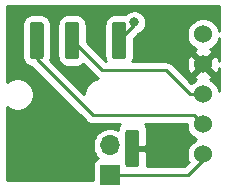
<source format=gbr>
G04 #@! TF.GenerationSoftware,KiCad,Pcbnew,(5.1.5)-3*
G04 #@! TF.CreationDate,2020-12-21T13:11:51+01:00*
G04 #@! TF.ProjectId,epimetheus_bh1750,6570696d-6574-4686-9575-735f62683137,rev?*
G04 #@! TF.SameCoordinates,Original*
G04 #@! TF.FileFunction,Copper,L1,Top*
G04 #@! TF.FilePolarity,Positive*
%FSLAX46Y46*%
G04 Gerber Fmt 4.6, Leading zero omitted, Abs format (unit mm)*
G04 Created by KiCad (PCBNEW (5.1.5)-3) date 2020-12-21 13:11:51*
%MOMM*%
%LPD*%
G04 APERTURE LIST*
%ADD10C,1.524000*%
%ADD11O,1.700000X1.700000*%
%ADD12R,1.700000X1.700000*%
%ADD13C,0.100000*%
%ADD14C,0.800000*%
%ADD15C,0.250000*%
%ADD16C,0.254000*%
G04 APERTURE END LIST*
D10*
X179070000Y-25908000D03*
X179070000Y-28448000D03*
X179070000Y-30988000D03*
X179070000Y-33528000D03*
X179070000Y-36068000D03*
D11*
X171196000Y-35306000D03*
D12*
X171196000Y-37846000D03*
G04 #@! TA.AperFunction,SMDPad,CuDef*
D13*
G36*
X165302405Y-24817445D02*
G01*
X165331527Y-24821764D01*
X165360085Y-24828918D01*
X165387805Y-24838836D01*
X165414419Y-24851424D01*
X165439671Y-24866559D01*
X165463318Y-24884097D01*
X165485132Y-24903868D01*
X165504903Y-24925682D01*
X165522441Y-24949329D01*
X165537576Y-24974581D01*
X165550164Y-25001195D01*
X165560082Y-25028915D01*
X165567236Y-25057473D01*
X165571555Y-25086595D01*
X165573000Y-25116000D01*
X165573000Y-27716000D01*
X165571555Y-27745405D01*
X165567236Y-27774527D01*
X165560082Y-27803085D01*
X165550164Y-27830805D01*
X165537576Y-27857419D01*
X165522441Y-27882671D01*
X165504903Y-27906318D01*
X165485132Y-27928132D01*
X165463318Y-27947903D01*
X165439671Y-27965441D01*
X165414419Y-27980576D01*
X165387805Y-27993164D01*
X165360085Y-28003082D01*
X165331527Y-28010236D01*
X165302405Y-28014555D01*
X165273000Y-28016000D01*
X164673000Y-28016000D01*
X164643595Y-28014555D01*
X164614473Y-28010236D01*
X164585915Y-28003082D01*
X164558195Y-27993164D01*
X164531581Y-27980576D01*
X164506329Y-27965441D01*
X164482682Y-27947903D01*
X164460868Y-27928132D01*
X164441097Y-27906318D01*
X164423559Y-27882671D01*
X164408424Y-27857419D01*
X164395836Y-27830805D01*
X164385918Y-27803085D01*
X164378764Y-27774527D01*
X164374445Y-27745405D01*
X164373000Y-27716000D01*
X164373000Y-25116000D01*
X164374445Y-25086595D01*
X164378764Y-25057473D01*
X164385918Y-25028915D01*
X164395836Y-25001195D01*
X164408424Y-24974581D01*
X164423559Y-24949329D01*
X164441097Y-24925682D01*
X164460868Y-24903868D01*
X164482682Y-24884097D01*
X164506329Y-24866559D01*
X164531581Y-24851424D01*
X164558195Y-24838836D01*
X164585915Y-24828918D01*
X164614473Y-24821764D01*
X164643595Y-24817445D01*
X164673000Y-24816000D01*
X165273000Y-24816000D01*
X165302405Y-24817445D01*
G37*
G04 #@! TD.AperFunction*
G04 #@! TA.AperFunction,SMDPad,CuDef*
G36*
X168302405Y-24817445D02*
G01*
X168331527Y-24821764D01*
X168360085Y-24828918D01*
X168387805Y-24838836D01*
X168414419Y-24851424D01*
X168439671Y-24866559D01*
X168463318Y-24884097D01*
X168485132Y-24903868D01*
X168504903Y-24925682D01*
X168522441Y-24949329D01*
X168537576Y-24974581D01*
X168550164Y-25001195D01*
X168560082Y-25028915D01*
X168567236Y-25057473D01*
X168571555Y-25086595D01*
X168573000Y-25116000D01*
X168573000Y-27716000D01*
X168571555Y-27745405D01*
X168567236Y-27774527D01*
X168560082Y-27803085D01*
X168550164Y-27830805D01*
X168537576Y-27857419D01*
X168522441Y-27882671D01*
X168504903Y-27906318D01*
X168485132Y-27928132D01*
X168463318Y-27947903D01*
X168439671Y-27965441D01*
X168414419Y-27980576D01*
X168387805Y-27993164D01*
X168360085Y-28003082D01*
X168331527Y-28010236D01*
X168302405Y-28014555D01*
X168273000Y-28016000D01*
X167673000Y-28016000D01*
X167643595Y-28014555D01*
X167614473Y-28010236D01*
X167585915Y-28003082D01*
X167558195Y-27993164D01*
X167531581Y-27980576D01*
X167506329Y-27965441D01*
X167482682Y-27947903D01*
X167460868Y-27928132D01*
X167441097Y-27906318D01*
X167423559Y-27882671D01*
X167408424Y-27857419D01*
X167395836Y-27830805D01*
X167385918Y-27803085D01*
X167378764Y-27774527D01*
X167374445Y-27745405D01*
X167373000Y-27716000D01*
X167373000Y-25116000D01*
X167374445Y-25086595D01*
X167378764Y-25057473D01*
X167385918Y-25028915D01*
X167395836Y-25001195D01*
X167408424Y-24974581D01*
X167423559Y-24949329D01*
X167441097Y-24925682D01*
X167460868Y-24903868D01*
X167482682Y-24884097D01*
X167506329Y-24866559D01*
X167531581Y-24851424D01*
X167558195Y-24838836D01*
X167585915Y-24828918D01*
X167614473Y-24821764D01*
X167643595Y-24817445D01*
X167673000Y-24816000D01*
X168273000Y-24816000D01*
X168302405Y-24817445D01*
G37*
G04 #@! TD.AperFunction*
G04 #@! TA.AperFunction,SMDPad,CuDef*
G36*
X172287405Y-24817445D02*
G01*
X172316527Y-24821764D01*
X172345085Y-24828918D01*
X172372805Y-24838836D01*
X172399419Y-24851424D01*
X172424671Y-24866559D01*
X172448318Y-24884097D01*
X172470132Y-24903868D01*
X172489903Y-24925682D01*
X172507441Y-24949329D01*
X172522576Y-24974581D01*
X172535164Y-25001195D01*
X172545082Y-25028915D01*
X172552236Y-25057473D01*
X172556555Y-25086595D01*
X172558000Y-25116000D01*
X172558000Y-27716000D01*
X172556555Y-27745405D01*
X172552236Y-27774527D01*
X172545082Y-27803085D01*
X172535164Y-27830805D01*
X172522576Y-27857419D01*
X172507441Y-27882671D01*
X172489903Y-27906318D01*
X172470132Y-27928132D01*
X172448318Y-27947903D01*
X172424671Y-27965441D01*
X172399419Y-27980576D01*
X172372805Y-27993164D01*
X172345085Y-28003082D01*
X172316527Y-28010236D01*
X172287405Y-28014555D01*
X172258000Y-28016000D01*
X171658000Y-28016000D01*
X171628595Y-28014555D01*
X171599473Y-28010236D01*
X171570915Y-28003082D01*
X171543195Y-27993164D01*
X171516581Y-27980576D01*
X171491329Y-27965441D01*
X171467682Y-27947903D01*
X171445868Y-27928132D01*
X171426097Y-27906318D01*
X171408559Y-27882671D01*
X171393424Y-27857419D01*
X171380836Y-27830805D01*
X171370918Y-27803085D01*
X171363764Y-27774527D01*
X171359445Y-27745405D01*
X171358000Y-27716000D01*
X171358000Y-25116000D01*
X171359445Y-25086595D01*
X171363764Y-25057473D01*
X171370918Y-25028915D01*
X171380836Y-25001195D01*
X171393424Y-24974581D01*
X171408559Y-24949329D01*
X171426097Y-24925682D01*
X171445868Y-24903868D01*
X171467682Y-24884097D01*
X171491329Y-24866559D01*
X171516581Y-24851424D01*
X171543195Y-24838836D01*
X171570915Y-24828918D01*
X171599473Y-24821764D01*
X171628595Y-24817445D01*
X171658000Y-24816000D01*
X172258000Y-24816000D01*
X172287405Y-24817445D01*
G37*
G04 #@! TD.AperFunction*
G04 #@! TA.AperFunction,SMDPad,CuDef*
G36*
X173402405Y-33961445D02*
G01*
X173431527Y-33965764D01*
X173460085Y-33972918D01*
X173487805Y-33982836D01*
X173514419Y-33995424D01*
X173539671Y-34010559D01*
X173563318Y-34028097D01*
X173585132Y-34047868D01*
X173604903Y-34069682D01*
X173622441Y-34093329D01*
X173637576Y-34118581D01*
X173650164Y-34145195D01*
X173660082Y-34172915D01*
X173667236Y-34201473D01*
X173671555Y-34230595D01*
X173673000Y-34260000D01*
X173673000Y-36860000D01*
X173671555Y-36889405D01*
X173667236Y-36918527D01*
X173660082Y-36947085D01*
X173650164Y-36974805D01*
X173637576Y-37001419D01*
X173622441Y-37026671D01*
X173604903Y-37050318D01*
X173585132Y-37072132D01*
X173563318Y-37091903D01*
X173539671Y-37109441D01*
X173514419Y-37124576D01*
X173487805Y-37137164D01*
X173460085Y-37147082D01*
X173431527Y-37154236D01*
X173402405Y-37158555D01*
X173373000Y-37160000D01*
X172773000Y-37160000D01*
X172743595Y-37158555D01*
X172714473Y-37154236D01*
X172685915Y-37147082D01*
X172658195Y-37137164D01*
X172631581Y-37124576D01*
X172606329Y-37109441D01*
X172582682Y-37091903D01*
X172560868Y-37072132D01*
X172541097Y-37050318D01*
X172523559Y-37026671D01*
X172508424Y-37001419D01*
X172495836Y-36974805D01*
X172485918Y-36947085D01*
X172478764Y-36918527D01*
X172474445Y-36889405D01*
X172473000Y-36860000D01*
X172473000Y-34260000D01*
X172474445Y-34230595D01*
X172478764Y-34201473D01*
X172485918Y-34172915D01*
X172495836Y-34145195D01*
X172508424Y-34118581D01*
X172523559Y-34093329D01*
X172541097Y-34069682D01*
X172560868Y-34047868D01*
X172582682Y-34028097D01*
X172606329Y-34010559D01*
X172631581Y-33995424D01*
X172658195Y-33982836D01*
X172685915Y-33972918D01*
X172714473Y-33965764D01*
X172743595Y-33961445D01*
X172773000Y-33960000D01*
X173373000Y-33960000D01*
X173402405Y-33961445D01*
G37*
G04 #@! TD.AperFunction*
D14*
X172974000Y-34798000D03*
X173228000Y-24892000D03*
D15*
X169723001Y-32766001D02*
X164973000Y-28016000D01*
X164973000Y-28016000D02*
X164973000Y-26416000D01*
X178308001Y-32766001D02*
X169723001Y-32766001D01*
X179070000Y-33528000D02*
X178308001Y-32766001D01*
X177992370Y-30988000D02*
X175960370Y-28956000D01*
X179070000Y-30988000D02*
X177992370Y-30988000D01*
X170513000Y-28956000D02*
X167973000Y-26416000D01*
X175960370Y-28956000D02*
X170513000Y-28956000D01*
X172466000Y-25908000D02*
X171958000Y-26416000D01*
X173228000Y-25146000D02*
X171958000Y-26416000D01*
X173228000Y-24892000D02*
X173228000Y-25146000D01*
X179070000Y-36576000D02*
X179070000Y-36068000D01*
X171196000Y-37846000D02*
X177800000Y-37846000D01*
X177800000Y-37846000D02*
X179070000Y-36576000D01*
D16*
G36*
X180442001Y-25644729D02*
G01*
X180413314Y-25500510D01*
X180308005Y-25246273D01*
X180155120Y-25017465D01*
X179960535Y-24822880D01*
X179731727Y-24669995D01*
X179477490Y-24564686D01*
X179207592Y-24511000D01*
X178932408Y-24511000D01*
X178662510Y-24564686D01*
X178408273Y-24669995D01*
X178179465Y-24822880D01*
X177984880Y-25017465D01*
X177831995Y-25246273D01*
X177726686Y-25500510D01*
X177673000Y-25770408D01*
X177673000Y-26045592D01*
X177726686Y-26315490D01*
X177831995Y-26569727D01*
X177984880Y-26798535D01*
X178179465Y-26993120D01*
X178408273Y-27146005D01*
X178479943Y-27175692D01*
X178466977Y-27180364D01*
X178351020Y-27242344D01*
X178284040Y-27482435D01*
X179070000Y-28268395D01*
X179855960Y-27482435D01*
X179788980Y-27242344D01*
X179653240Y-27178515D01*
X179731727Y-27146005D01*
X179960535Y-26993120D01*
X180155120Y-26798535D01*
X180308005Y-26569727D01*
X180413314Y-26315490D01*
X180442001Y-26171272D01*
X180442001Y-28177417D01*
X180430922Y-28103867D01*
X180337636Y-27844977D01*
X180275656Y-27729020D01*
X180035565Y-27662040D01*
X179249605Y-28448000D01*
X180035565Y-29233960D01*
X180275656Y-29166980D01*
X180392756Y-28917952D01*
X180442001Y-28719473D01*
X180442001Y-30724727D01*
X180413314Y-30580510D01*
X180308005Y-30326273D01*
X180155120Y-30097465D01*
X179960535Y-29902880D01*
X179731727Y-29749995D01*
X179660057Y-29720308D01*
X179673023Y-29715636D01*
X179788980Y-29653656D01*
X179855960Y-29413565D01*
X179070000Y-28627605D01*
X178284040Y-29413565D01*
X178351020Y-29653656D01*
X178486760Y-29717485D01*
X178408273Y-29749995D01*
X178179465Y-29902880D01*
X178080758Y-30001587D01*
X176599188Y-28520017D01*
X177668090Y-28520017D01*
X177709078Y-28792133D01*
X177802364Y-29051023D01*
X177864344Y-29166980D01*
X178104435Y-29233960D01*
X178890395Y-28448000D01*
X178104435Y-27662040D01*
X177864344Y-27729020D01*
X177747244Y-27978048D01*
X177680977Y-28245135D01*
X177668090Y-28520017D01*
X176599188Y-28520017D01*
X176524174Y-28445003D01*
X176500371Y-28415999D01*
X176384646Y-28321026D01*
X176252617Y-28250454D01*
X176109356Y-28206997D01*
X175997703Y-28196000D01*
X175997692Y-28196000D01*
X175960370Y-28192324D01*
X175923048Y-28196000D01*
X173059981Y-28196000D01*
X173124666Y-28074985D01*
X173178047Y-27899009D01*
X173196072Y-27716000D01*
X173196072Y-26252730D01*
X173583976Y-25864826D01*
X173718256Y-25809205D01*
X173887774Y-25695937D01*
X174031937Y-25551774D01*
X174145205Y-25382256D01*
X174223226Y-25193898D01*
X174263000Y-24993939D01*
X174263000Y-24790061D01*
X174223226Y-24590102D01*
X174145205Y-24401744D01*
X174031937Y-24232226D01*
X173887774Y-24088063D01*
X173718256Y-23974795D01*
X173529898Y-23896774D01*
X173329939Y-23857000D01*
X173126061Y-23857000D01*
X172926102Y-23896774D01*
X172737744Y-23974795D01*
X172568226Y-24088063D01*
X172455838Y-24200451D01*
X172441009Y-24195953D01*
X172258000Y-24177928D01*
X171658000Y-24177928D01*
X171474991Y-24195953D01*
X171299015Y-24249334D01*
X171136835Y-24336022D01*
X170994683Y-24452683D01*
X170878022Y-24594835D01*
X170791334Y-24757015D01*
X170737953Y-24932991D01*
X170719928Y-25116000D01*
X170719928Y-27716000D01*
X170737953Y-27899009D01*
X170791334Y-28074985D01*
X170856019Y-28196000D01*
X170827803Y-28196000D01*
X169211072Y-26579270D01*
X169211072Y-25116000D01*
X169193047Y-24932991D01*
X169139666Y-24757015D01*
X169052978Y-24594835D01*
X168936317Y-24452683D01*
X168794165Y-24336022D01*
X168631985Y-24249334D01*
X168456009Y-24195953D01*
X168273000Y-24177928D01*
X167673000Y-24177928D01*
X167489991Y-24195953D01*
X167314015Y-24249334D01*
X167151835Y-24336022D01*
X167009683Y-24452683D01*
X166893022Y-24594835D01*
X166806334Y-24757015D01*
X166752953Y-24932991D01*
X166734928Y-25116000D01*
X166734928Y-27716000D01*
X166752953Y-27899009D01*
X166806334Y-28074985D01*
X166893022Y-28237165D01*
X167009683Y-28379317D01*
X167151835Y-28495978D01*
X167314015Y-28582666D01*
X167489991Y-28636047D01*
X167673000Y-28654072D01*
X168273000Y-28654072D01*
X168456009Y-28636047D01*
X168631985Y-28582666D01*
X168794165Y-28495978D01*
X168895232Y-28413034D01*
X169949205Y-29467008D01*
X169972999Y-29496001D01*
X170001992Y-29519795D01*
X170001996Y-29519799D01*
X170072685Y-29577811D01*
X170088724Y-29590974D01*
X170145223Y-29621174D01*
X169969011Y-29656225D01*
X169716957Y-29760629D01*
X169490114Y-29912201D01*
X169297201Y-30105114D01*
X169145629Y-30331957D01*
X169041225Y-30584011D01*
X168988000Y-30851589D01*
X168988000Y-30956198D01*
X166128213Y-28096412D01*
X166139666Y-28074985D01*
X166193047Y-27899009D01*
X166211072Y-27716000D01*
X166211072Y-25116000D01*
X166193047Y-24932991D01*
X166139666Y-24757015D01*
X166052978Y-24594835D01*
X165936317Y-24452683D01*
X165794165Y-24336022D01*
X165631985Y-24249334D01*
X165456009Y-24195953D01*
X165273000Y-24177928D01*
X164673000Y-24177928D01*
X164489991Y-24195953D01*
X164314015Y-24249334D01*
X164151835Y-24336022D01*
X164009683Y-24452683D01*
X163893022Y-24594835D01*
X163806334Y-24757015D01*
X163752953Y-24932991D01*
X163734928Y-25116000D01*
X163734928Y-27716000D01*
X163752953Y-27899009D01*
X163806334Y-28074985D01*
X163893022Y-28237165D01*
X164009683Y-28379317D01*
X164151835Y-28495978D01*
X164314015Y-28582666D01*
X164489991Y-28636047D01*
X164521333Y-28639134D01*
X169159201Y-33277003D01*
X169183000Y-33306002D01*
X169298725Y-33400975D01*
X169430754Y-33471547D01*
X169574015Y-33515004D01*
X169685668Y-33526001D01*
X169685678Y-33526001D01*
X169723001Y-33529677D01*
X169760324Y-33526001D01*
X172007711Y-33526001D01*
X171942463Y-33605506D01*
X171883498Y-33715820D01*
X171847188Y-33835518D01*
X171834928Y-33960000D01*
X171834936Y-33963304D01*
X171629158Y-33878068D01*
X171342260Y-33821000D01*
X171049740Y-33821000D01*
X170762842Y-33878068D01*
X170492589Y-33990010D01*
X170249368Y-34152525D01*
X170042525Y-34359368D01*
X169880010Y-34602589D01*
X169768068Y-34872842D01*
X169711000Y-35159740D01*
X169711000Y-35452260D01*
X169768068Y-35739158D01*
X169880010Y-36009411D01*
X170042525Y-36252632D01*
X170174380Y-36384487D01*
X170101820Y-36406498D01*
X169991506Y-36465463D01*
X169894815Y-36544815D01*
X169815463Y-36641506D01*
X169756498Y-36751820D01*
X169720188Y-36871518D01*
X169707928Y-36996000D01*
X169707928Y-38202000D01*
X162458000Y-38202000D01*
X162458000Y-32031685D01*
X162490114Y-32063799D01*
X162716957Y-32215371D01*
X162969011Y-32319775D01*
X163236589Y-32373000D01*
X163509411Y-32373000D01*
X163776989Y-32319775D01*
X164029043Y-32215371D01*
X164255886Y-32063799D01*
X164448799Y-31870886D01*
X164600371Y-31644043D01*
X164704775Y-31391989D01*
X164758000Y-31124411D01*
X164758000Y-30851589D01*
X164704775Y-30584011D01*
X164600371Y-30331957D01*
X164448799Y-30105114D01*
X164255886Y-29912201D01*
X164029043Y-29760629D01*
X163776989Y-29656225D01*
X163509411Y-29603000D01*
X163236589Y-29603000D01*
X162969011Y-29656225D01*
X162716957Y-29760629D01*
X162490114Y-29912201D01*
X162458000Y-29944315D01*
X162458000Y-23520000D01*
X180442001Y-23520000D01*
X180442001Y-25644729D01*
G37*
X180442001Y-25644729D02*
X180413314Y-25500510D01*
X180308005Y-25246273D01*
X180155120Y-25017465D01*
X179960535Y-24822880D01*
X179731727Y-24669995D01*
X179477490Y-24564686D01*
X179207592Y-24511000D01*
X178932408Y-24511000D01*
X178662510Y-24564686D01*
X178408273Y-24669995D01*
X178179465Y-24822880D01*
X177984880Y-25017465D01*
X177831995Y-25246273D01*
X177726686Y-25500510D01*
X177673000Y-25770408D01*
X177673000Y-26045592D01*
X177726686Y-26315490D01*
X177831995Y-26569727D01*
X177984880Y-26798535D01*
X178179465Y-26993120D01*
X178408273Y-27146005D01*
X178479943Y-27175692D01*
X178466977Y-27180364D01*
X178351020Y-27242344D01*
X178284040Y-27482435D01*
X179070000Y-28268395D01*
X179855960Y-27482435D01*
X179788980Y-27242344D01*
X179653240Y-27178515D01*
X179731727Y-27146005D01*
X179960535Y-26993120D01*
X180155120Y-26798535D01*
X180308005Y-26569727D01*
X180413314Y-26315490D01*
X180442001Y-26171272D01*
X180442001Y-28177417D01*
X180430922Y-28103867D01*
X180337636Y-27844977D01*
X180275656Y-27729020D01*
X180035565Y-27662040D01*
X179249605Y-28448000D01*
X180035565Y-29233960D01*
X180275656Y-29166980D01*
X180392756Y-28917952D01*
X180442001Y-28719473D01*
X180442001Y-30724727D01*
X180413314Y-30580510D01*
X180308005Y-30326273D01*
X180155120Y-30097465D01*
X179960535Y-29902880D01*
X179731727Y-29749995D01*
X179660057Y-29720308D01*
X179673023Y-29715636D01*
X179788980Y-29653656D01*
X179855960Y-29413565D01*
X179070000Y-28627605D01*
X178284040Y-29413565D01*
X178351020Y-29653656D01*
X178486760Y-29717485D01*
X178408273Y-29749995D01*
X178179465Y-29902880D01*
X178080758Y-30001587D01*
X176599188Y-28520017D01*
X177668090Y-28520017D01*
X177709078Y-28792133D01*
X177802364Y-29051023D01*
X177864344Y-29166980D01*
X178104435Y-29233960D01*
X178890395Y-28448000D01*
X178104435Y-27662040D01*
X177864344Y-27729020D01*
X177747244Y-27978048D01*
X177680977Y-28245135D01*
X177668090Y-28520017D01*
X176599188Y-28520017D01*
X176524174Y-28445003D01*
X176500371Y-28415999D01*
X176384646Y-28321026D01*
X176252617Y-28250454D01*
X176109356Y-28206997D01*
X175997703Y-28196000D01*
X175997692Y-28196000D01*
X175960370Y-28192324D01*
X175923048Y-28196000D01*
X173059981Y-28196000D01*
X173124666Y-28074985D01*
X173178047Y-27899009D01*
X173196072Y-27716000D01*
X173196072Y-26252730D01*
X173583976Y-25864826D01*
X173718256Y-25809205D01*
X173887774Y-25695937D01*
X174031937Y-25551774D01*
X174145205Y-25382256D01*
X174223226Y-25193898D01*
X174263000Y-24993939D01*
X174263000Y-24790061D01*
X174223226Y-24590102D01*
X174145205Y-24401744D01*
X174031937Y-24232226D01*
X173887774Y-24088063D01*
X173718256Y-23974795D01*
X173529898Y-23896774D01*
X173329939Y-23857000D01*
X173126061Y-23857000D01*
X172926102Y-23896774D01*
X172737744Y-23974795D01*
X172568226Y-24088063D01*
X172455838Y-24200451D01*
X172441009Y-24195953D01*
X172258000Y-24177928D01*
X171658000Y-24177928D01*
X171474991Y-24195953D01*
X171299015Y-24249334D01*
X171136835Y-24336022D01*
X170994683Y-24452683D01*
X170878022Y-24594835D01*
X170791334Y-24757015D01*
X170737953Y-24932991D01*
X170719928Y-25116000D01*
X170719928Y-27716000D01*
X170737953Y-27899009D01*
X170791334Y-28074985D01*
X170856019Y-28196000D01*
X170827803Y-28196000D01*
X169211072Y-26579270D01*
X169211072Y-25116000D01*
X169193047Y-24932991D01*
X169139666Y-24757015D01*
X169052978Y-24594835D01*
X168936317Y-24452683D01*
X168794165Y-24336022D01*
X168631985Y-24249334D01*
X168456009Y-24195953D01*
X168273000Y-24177928D01*
X167673000Y-24177928D01*
X167489991Y-24195953D01*
X167314015Y-24249334D01*
X167151835Y-24336022D01*
X167009683Y-24452683D01*
X166893022Y-24594835D01*
X166806334Y-24757015D01*
X166752953Y-24932991D01*
X166734928Y-25116000D01*
X166734928Y-27716000D01*
X166752953Y-27899009D01*
X166806334Y-28074985D01*
X166893022Y-28237165D01*
X167009683Y-28379317D01*
X167151835Y-28495978D01*
X167314015Y-28582666D01*
X167489991Y-28636047D01*
X167673000Y-28654072D01*
X168273000Y-28654072D01*
X168456009Y-28636047D01*
X168631985Y-28582666D01*
X168794165Y-28495978D01*
X168895232Y-28413034D01*
X169949205Y-29467008D01*
X169972999Y-29496001D01*
X170001992Y-29519795D01*
X170001996Y-29519799D01*
X170072685Y-29577811D01*
X170088724Y-29590974D01*
X170145223Y-29621174D01*
X169969011Y-29656225D01*
X169716957Y-29760629D01*
X169490114Y-29912201D01*
X169297201Y-30105114D01*
X169145629Y-30331957D01*
X169041225Y-30584011D01*
X168988000Y-30851589D01*
X168988000Y-30956198D01*
X166128213Y-28096412D01*
X166139666Y-28074985D01*
X166193047Y-27899009D01*
X166211072Y-27716000D01*
X166211072Y-25116000D01*
X166193047Y-24932991D01*
X166139666Y-24757015D01*
X166052978Y-24594835D01*
X165936317Y-24452683D01*
X165794165Y-24336022D01*
X165631985Y-24249334D01*
X165456009Y-24195953D01*
X165273000Y-24177928D01*
X164673000Y-24177928D01*
X164489991Y-24195953D01*
X164314015Y-24249334D01*
X164151835Y-24336022D01*
X164009683Y-24452683D01*
X163893022Y-24594835D01*
X163806334Y-24757015D01*
X163752953Y-24932991D01*
X163734928Y-25116000D01*
X163734928Y-27716000D01*
X163752953Y-27899009D01*
X163806334Y-28074985D01*
X163893022Y-28237165D01*
X164009683Y-28379317D01*
X164151835Y-28495978D01*
X164314015Y-28582666D01*
X164489991Y-28636047D01*
X164521333Y-28639134D01*
X169159201Y-33277003D01*
X169183000Y-33306002D01*
X169298725Y-33400975D01*
X169430754Y-33471547D01*
X169574015Y-33515004D01*
X169685668Y-33526001D01*
X169685678Y-33526001D01*
X169723001Y-33529677D01*
X169760324Y-33526001D01*
X172007711Y-33526001D01*
X171942463Y-33605506D01*
X171883498Y-33715820D01*
X171847188Y-33835518D01*
X171834928Y-33960000D01*
X171834936Y-33963304D01*
X171629158Y-33878068D01*
X171342260Y-33821000D01*
X171049740Y-33821000D01*
X170762842Y-33878068D01*
X170492589Y-33990010D01*
X170249368Y-34152525D01*
X170042525Y-34359368D01*
X169880010Y-34602589D01*
X169768068Y-34872842D01*
X169711000Y-35159740D01*
X169711000Y-35452260D01*
X169768068Y-35739158D01*
X169880010Y-36009411D01*
X170042525Y-36252632D01*
X170174380Y-36384487D01*
X170101820Y-36406498D01*
X169991506Y-36465463D01*
X169894815Y-36544815D01*
X169815463Y-36641506D01*
X169756498Y-36751820D01*
X169720188Y-36871518D01*
X169707928Y-36996000D01*
X169707928Y-38202000D01*
X162458000Y-38202000D01*
X162458000Y-32031685D01*
X162490114Y-32063799D01*
X162716957Y-32215371D01*
X162969011Y-32319775D01*
X163236589Y-32373000D01*
X163509411Y-32373000D01*
X163776989Y-32319775D01*
X164029043Y-32215371D01*
X164255886Y-32063799D01*
X164448799Y-31870886D01*
X164600371Y-31644043D01*
X164704775Y-31391989D01*
X164758000Y-31124411D01*
X164758000Y-30851589D01*
X164704775Y-30584011D01*
X164600371Y-30331957D01*
X164448799Y-30105114D01*
X164255886Y-29912201D01*
X164029043Y-29760629D01*
X163776989Y-29656225D01*
X163509411Y-29603000D01*
X163236589Y-29603000D01*
X162969011Y-29656225D01*
X162716957Y-29760629D01*
X162490114Y-29912201D01*
X162458000Y-29944315D01*
X162458000Y-23520000D01*
X180442001Y-23520000D01*
X180442001Y-25644729D01*
G36*
X177673000Y-33665592D02*
G01*
X177726686Y-33935490D01*
X177831995Y-34189727D01*
X177984880Y-34418535D01*
X178179465Y-34613120D01*
X178408273Y-34766005D01*
X178485515Y-34798000D01*
X178408273Y-34829995D01*
X178179465Y-34982880D01*
X177984880Y-35177465D01*
X177831995Y-35406273D01*
X177726686Y-35660510D01*
X177673000Y-35930408D01*
X177673000Y-36205592D01*
X177726686Y-36475490D01*
X177831995Y-36729727D01*
X177835791Y-36735408D01*
X177485199Y-37086000D01*
X174310899Y-37086000D01*
X174308000Y-35845750D01*
X174149250Y-35687000D01*
X173200000Y-35687000D01*
X173200000Y-35707000D01*
X172946000Y-35707000D01*
X172946000Y-35687000D01*
X172926000Y-35687000D01*
X172926000Y-35433000D01*
X172946000Y-35433000D01*
X172946000Y-35413000D01*
X173200000Y-35413000D01*
X173200000Y-35433000D01*
X174149250Y-35433000D01*
X174308000Y-35274250D01*
X174311072Y-33960000D01*
X174298812Y-33835518D01*
X174262502Y-33715820D01*
X174203537Y-33605506D01*
X174138289Y-33526001D01*
X177673000Y-33526001D01*
X177673000Y-33665592D01*
G37*
X177673000Y-33665592D02*
X177726686Y-33935490D01*
X177831995Y-34189727D01*
X177984880Y-34418535D01*
X178179465Y-34613120D01*
X178408273Y-34766005D01*
X178485515Y-34798000D01*
X178408273Y-34829995D01*
X178179465Y-34982880D01*
X177984880Y-35177465D01*
X177831995Y-35406273D01*
X177726686Y-35660510D01*
X177673000Y-35930408D01*
X177673000Y-36205592D01*
X177726686Y-36475490D01*
X177831995Y-36729727D01*
X177835791Y-36735408D01*
X177485199Y-37086000D01*
X174310899Y-37086000D01*
X174308000Y-35845750D01*
X174149250Y-35687000D01*
X173200000Y-35687000D01*
X173200000Y-35707000D01*
X172946000Y-35707000D01*
X172946000Y-35687000D01*
X172926000Y-35687000D01*
X172926000Y-35433000D01*
X172946000Y-35433000D01*
X172946000Y-35413000D01*
X173200000Y-35413000D01*
X173200000Y-35433000D01*
X174149250Y-35433000D01*
X174308000Y-35274250D01*
X174311072Y-33960000D01*
X174298812Y-33835518D01*
X174262502Y-33715820D01*
X174203537Y-33605506D01*
X174138289Y-33526001D01*
X177673000Y-33526001D01*
X177673000Y-33665592D01*
M02*

</source>
